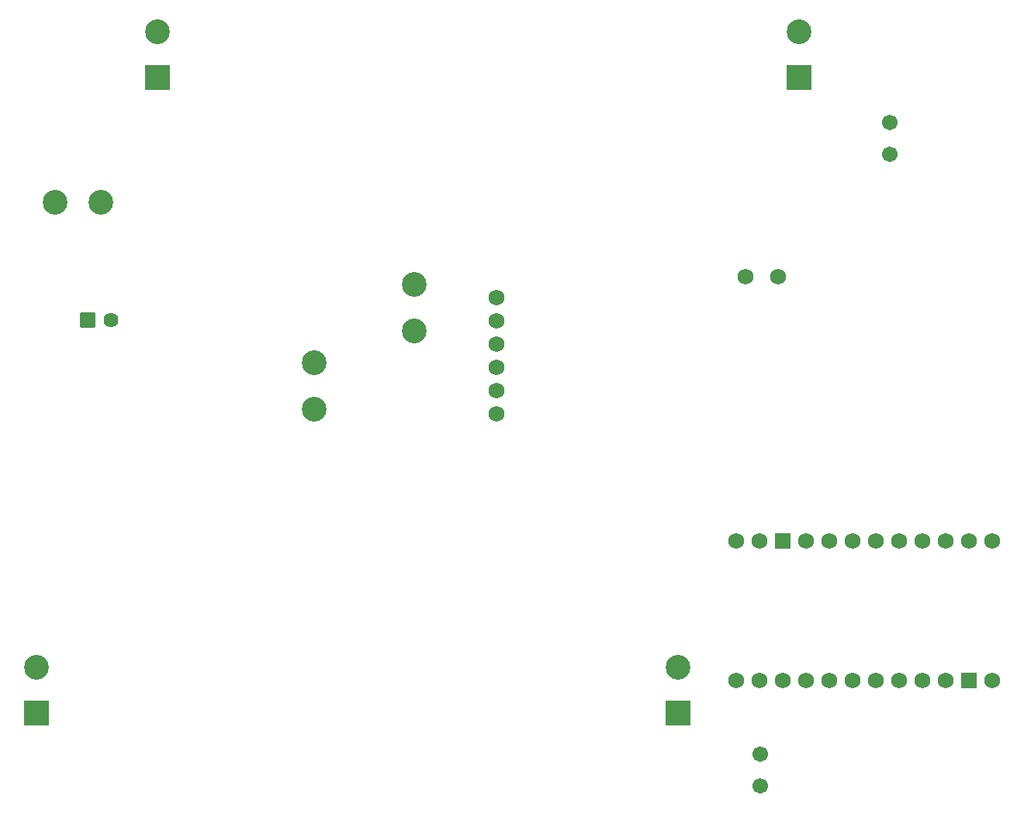
<source format=gbs>
G04 Layer: BottomSolderMaskLayer*
G04 EasyEDA v6.5.47, 2024-11-15 14:45:06*
G04 4b5c5f3f08ad4ac4900c7fa2ef8e0776,b317b68cebba40d893488476fd38059a,10*
G04 Gerber Generator version 0.2*
G04 Scale: 100 percent, Rotated: No, Reflected: No *
G04 Dimensions in millimeters *
G04 leading zeros omitted , absolute positions ,4 integer and 5 decimal *
%FSLAX45Y45*%
%MOMM*%

%AMMACRO1*4,1,8,-0.7828,-0.812,-0.812,-0.7826,-0.812,0.7828,-0.7828,0.812,0.7826,0.812,0.812,0.7828,0.812,-0.7826,0.7826,-0.812,-0.7828,-0.812,0*%
%AMMACRO2*4,1,8,-0.8042,-0.8636,-0.8636,-0.8039,-0.8636,0.8042,-0.8042,0.8636,0.8039,0.8636,0.8636,0.8042,0.8636,-0.8039,0.8039,-0.8636,-0.8042,-0.8636,0*%
%AMMACRO3*4,1,8,-1.2921,-1.3517,-1.3515,-1.292,-1.3515,1.2922,-1.2921,1.3517,1.2918,1.3517,1.3515,1.2922,1.3515,-1.292,1.2918,-1.3517,-1.2921,-1.3517,0*%
%AMMACRO4*4,1,8,-1.2922,-1.3517,-1.3517,-1.292,-1.3517,1.2922,-1.2922,1.3517,1.292,1.3517,1.3517,1.2922,1.3517,-1.292,1.292,-1.3517,-1.2922,-1.3517,0*%
%ADD10MACRO1*%
%ADD11C,1.6240*%
%ADD12C,2.7032*%
%ADD13C,1.7272*%
%ADD14MACRO2*%
%ADD15C,1.7016*%
%ADD16MACRO3*%
%ADD17MACRO4*%

%LPD*%
D10*
G01*
X1651000Y-3797300D03*
D11*
G01*
X1905000Y-3797300D03*
D12*
G01*
X1293063Y-2515996D03*
G01*
X1793062Y-2515996D03*
D13*
G01*
X11518900Y-7734300D03*
D14*
G01*
X11264900Y-7734300D03*
D13*
G01*
X11010900Y-7734300D03*
G01*
X10756900Y-7734300D03*
G01*
X10502900Y-7734300D03*
G01*
X10248900Y-7734300D03*
G01*
X9994900Y-7734300D03*
G01*
X9740900Y-7734300D03*
G01*
X9486900Y-7734300D03*
G01*
X9232900Y-7734300D03*
G01*
X8978900Y-7734300D03*
G01*
X8724900Y-6210300D03*
G01*
X8978900Y-6210300D03*
D14*
G01*
X9232900Y-6210300D03*
D13*
G01*
X9486900Y-6210300D03*
G01*
X9740900Y-6210300D03*
G01*
X9994900Y-6210300D03*
G01*
X10248900Y-6210300D03*
G01*
X10502900Y-6210300D03*
G01*
X10756900Y-6210300D03*
G01*
X11010900Y-6210300D03*
G01*
X11264900Y-6210300D03*
G01*
X11518900Y-6210300D03*
G01*
X8724900Y-7734300D03*
D12*
G01*
X4119524Y-4769993D03*
G01*
X4119524Y-4261993D03*
D15*
G01*
X8991600Y-8887205D03*
G01*
X8991600Y-8537194D03*
D12*
G01*
X5211724Y-3919093D03*
G01*
X5211724Y-3411093D03*
D15*
G01*
X10401300Y-1991105D03*
G01*
X10401300Y-1641094D03*
D12*
G01*
X1095400Y-7595209D03*
D16*
G01*
X1095400Y-8095195D03*
D17*
G01*
X8095399Y-8095195D03*
D12*
G01*
X8095386Y-7595209D03*
G01*
X2416200Y-648309D03*
D16*
G01*
X2416200Y-1148295D03*
D17*
G01*
X9416199Y-1148295D03*
D12*
G01*
X9416186Y-648309D03*
D13*
G01*
X6108700Y-3556000D03*
G01*
X6108700Y-3810000D03*
G01*
X6108700Y-4064000D03*
G01*
X6108700Y-4318000D03*
G01*
X6108700Y-4572000D03*
G01*
X6108700Y-4826000D03*
G01*
X8833688Y-3325901D03*
G01*
X9183700Y-3325901D03*
M02*

</source>
